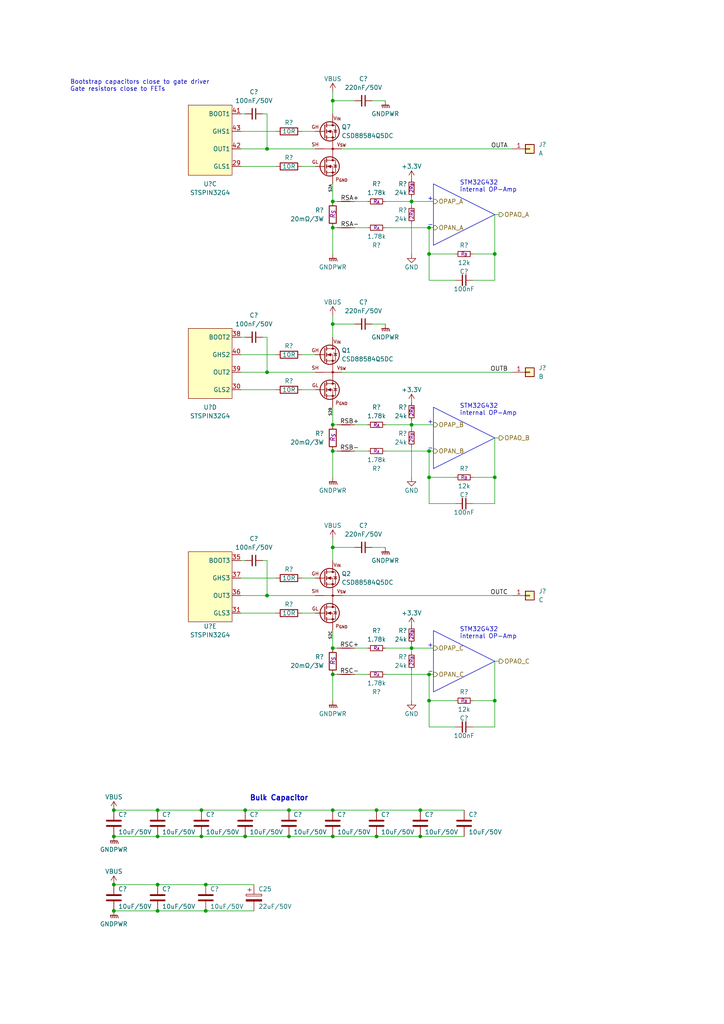
<source format=kicad_sch>
(kicad_sch (version 20230121) (generator eeschema)
  (paper "A4" portrait)
  (junction (at 96.52 130.81))
  (junction (at 45.72 264.16))
  (junction (at 71.12 242.57))
  (junction (at 124.46 66.04))
  (junction (at 119.38 123.19))
  (junction (at 96.52 187.96))
  (junction (at 71.12 234.95))
  (junction (at 33.02 242.57))
  (junction (at 124.46 195.58))
  (junction (at 58.42 234.95))
  (junction (at 143.51 138.43))
  (junction (at 109.22 234.95))
  (junction (at 124.46 138.43))
  (junction (at 59.69 264.16))
  (junction (at 96.52 93.98))
  (junction (at 143.51 203.2))
  (junction (at 96.52 242.57))
  (junction (at 33.02 264.16))
  (junction (at 33.02 234.95))
  (junction (at 45.72 242.57))
  (junction (at 96.52 66.04))
  (junction (at 83.82 242.57))
  (junction (at 121.92 242.57))
  (junction (at 96.52 123.19))
  (junction (at 58.42 242.57))
  (junction (at 124.46 130.81))
  (junction (at 59.69 256.54))
  (junction (at 77.47 43.18))
  (junction (at 45.72 256.54))
  (junction (at 109.22 242.57))
  (junction (at 96.52 195.58))
  (junction (at 33.02 256.54))
  (junction (at 96.52 158.75))
  (junction (at 96.52 58.42))
  (junction (at 77.47 107.95))
  (junction (at 96.52 234.95))
  (junction (at 121.92 234.95))
  (junction (at 96.52 29.21))
  (junction (at 124.46 203.2))
  (junction (at 45.72 234.95))
  (junction (at 124.46 73.66))
  (junction (at 119.38 58.42))
  (junction (at 143.51 73.66))
  (junction (at 77.47 172.72))
  (junction (at 119.38 187.96))
  (junction (at 83.82 234.95))
  (wire (pts (xy 69.85 48.26) (xy 80.01 48.26)))
  (wire (pts (xy 33.02 256.54) (xy 45.72 256.54)))
  (wire (pts (xy 69.85 102.87) (xy 80.01 102.87)))
  (polyline (pts (xy 125.73 182.88) (xy 143.51 191.77)))
  (wire (pts (xy 96.52 156.21) (xy 96.52 158.75)))
  (wire (pts (xy 96.52 29.21) (xy 96.52 33.02)))
  (wire (pts (xy 102.87 195.58) (xy 106.68 195.58)))
  (wire (pts (xy 69.85 113.03) (xy 80.01 113.03)))
  (wire (pts (xy 102.87 130.81) (xy 106.68 130.81)))
  (wire (pts (xy 58.42 234.95) (xy 71.12 234.95)))
  (polyline (pts (xy 125.73 71.12) (xy 143.51 62.23)))
  (wire (pts (xy 137.16 146.05) (xy 143.51 146.05)))
  (wire (pts (xy 132.08 81.28) (xy 124.46 81.28)))
  (wire (pts (xy 45.72 234.95) (xy 58.42 234.95)))
  (wire (pts (xy 143.51 203.2) (xy 143.51 191.77)))
  (wire (pts (xy 102.87 123.19) (xy 106.68 123.19)))
  (wire (pts (xy 77.47 33.02) (xy 76.2 33.02)))
  (wire (pts (xy 119.38 121.92) (xy 119.38 123.19)))
  (polyline (pts (xy 125.73 53.34) (xy 143.51 62.23)))
  (wire (pts (xy 71.12 234.95) (xy 83.82 234.95)))
  (wire (pts (xy 45.72 242.57) (xy 58.42 242.57)))
  (wire (pts (xy 137.16 203.2) (xy 143.51 203.2)))
  (polyline (pts (xy 125.73 118.11) (xy 143.51 127)))
  (wire (pts (xy 96.52 26.67) (xy 96.52 29.21)))
  (wire (pts (xy 87.63 177.8) (xy 91.44 177.8)))
  (wire (pts (xy 77.47 97.79) (xy 77.47 107.95)))
  (polyline (pts (xy 125.73 135.89) (xy 125.73 118.11)))
  (wire (pts (xy 83.82 242.57) (xy 96.52 242.57)))
  (wire (pts (xy 107.95 93.98) (xy 111.76 93.98)))
  (wire (pts (xy 96.52 182.88) (xy 96.52 187.96)))
  (wire (pts (xy 97.79 58.42) (xy 96.52 58.42)))
  (wire (pts (xy 96.52 53.34) (xy 96.52 58.42)))
  (wire (pts (xy 143.51 127) (xy 144.78 127)))
  (wire (pts (xy 119.38 129.54) (xy 119.38 138.43)))
  (wire (pts (xy 137.16 210.82) (xy 143.51 210.82)))
  (wire (pts (xy 69.85 172.72) (xy 77.47 172.72)))
  (wire (pts (xy 69.85 107.95) (xy 77.47 107.95)))
  (wire (pts (xy 124.46 130.81) (xy 125.73 130.81)))
  (wire (pts (xy 119.38 124.46) (xy 119.38 123.19)))
  (wire (pts (xy 119.38 59.69) (xy 119.38 58.42)))
  (wire (pts (xy 97.79 130.81) (xy 96.52 130.81)))
  (wire (pts (xy 69.85 43.18) (xy 77.47 43.18)))
  (wire (pts (xy 69.85 38.1) (xy 80.01 38.1)))
  (wire (pts (xy 111.76 187.96) (xy 119.38 187.96)))
  (wire (pts (xy 132.08 203.2) (xy 124.46 203.2)))
  (wire (pts (xy 143.51 191.77) (xy 144.78 191.77)))
  (wire (pts (xy 119.38 123.19) (xy 125.73 123.19)))
  (wire (pts (xy 143.51 73.66) (xy 143.51 62.23)))
  (wire (pts (xy 96.52 242.57) (xy 109.22 242.57)))
  (wire (pts (xy 102.87 187.96) (xy 106.68 187.96)))
  (wire (pts (xy 111.76 130.81) (xy 124.46 130.81)))
  (polyline (pts (xy 125.73 71.12) (xy 125.73 53.34)))
  (wire (pts (xy 59.69 264.16) (xy 73.66 264.16)))
  (wire (pts (xy 137.16 73.66) (xy 143.51 73.66)))
  (wire (pts (xy 45.72 264.16) (xy 59.69 264.16)))
  (wire (pts (xy 124.46 195.58) (xy 125.73 195.58)))
  (wire (pts (xy 96.52 118.11) (xy 96.52 123.19)))
  (wire (pts (xy 102.87 58.42) (xy 106.68 58.42)))
  (wire (pts (xy 87.63 102.87) (xy 91.44 102.87)))
  (wire (pts (xy 83.82 234.95) (xy 96.52 234.95)))
  (wire (pts (xy 96.52 234.95) (xy 109.22 234.95)))
  (wire (pts (xy 96.52 29.21) (xy 102.87 29.21)))
  (wire (pts (xy 97.79 123.19) (xy 96.52 123.19)))
  (wire (pts (xy 77.47 33.02) (xy 77.47 43.18)))
  (wire (pts (xy 97.79 195.58) (xy 96.52 195.58)))
  (wire (pts (xy 96.52 91.44) (xy 96.52 93.98)))
  (wire (pts (xy 77.47 107.95) (xy 91.44 107.95)))
  (wire (pts (xy 124.46 130.81) (xy 124.46 138.43)))
  (wire (pts (xy 69.85 97.79) (xy 71.12 97.79)))
  (wire (pts (xy 58.42 242.57) (xy 71.12 242.57)))
  (wire (pts (xy 87.63 167.64) (xy 91.44 167.64)))
  (wire (pts (xy 33.02 242.57) (xy 45.72 242.57)))
  (wire (pts (xy 77.47 172.72) (xy 91.44 172.72)))
  (wire (pts (xy 87.63 38.1) (xy 91.44 38.1)))
  (wire (pts (xy 143.51 146.05) (xy 143.51 138.43)))
  (wire (pts (xy 143.51 62.23) (xy 144.78 62.23)))
  (wire (pts (xy 107.95 158.75) (xy 111.76 158.75)))
  (wire (pts (xy 96.52 138.43) (xy 96.52 130.81)))
  (wire (pts (xy 124.46 146.05) (xy 124.46 138.43)))
  (wire (pts (xy 119.38 186.69) (xy 119.38 187.96)))
  (wire (pts (xy 69.85 33.02) (xy 71.12 33.02)))
  (wire (pts (xy 143.51 138.43) (xy 143.51 127)))
  (wire (pts (xy 124.46 195.58) (xy 124.46 203.2)))
  (wire (pts (xy 132.08 138.43) (xy 124.46 138.43)))
  (wire (pts (xy 109.22 242.57) (xy 121.92 242.57)))
  (wire (pts (xy 99.06 107.95) (xy 148.59 107.95)))
  (wire (pts (xy 87.63 113.03) (xy 91.44 113.03)))
  (wire (pts (xy 132.08 146.05) (xy 124.46 146.05)))
  (wire (pts (xy 69.85 167.64) (xy 80.01 167.64)))
  (wire (pts (xy 96.52 93.98) (xy 102.87 93.98)))
  (wire (pts (xy 71.12 242.57) (xy 83.82 242.57)))
  (wire (pts (xy 119.38 187.96) (xy 125.73 187.96)))
  (wire (pts (xy 137.16 138.43) (xy 143.51 138.43)))
  (wire (pts (xy 111.76 123.19) (xy 119.38 123.19)))
  (wire (pts (xy 119.38 64.77) (xy 119.38 73.66)))
  (wire (pts (xy 97.79 66.04) (xy 96.52 66.04)))
  (wire (pts (xy 69.85 177.8) (xy 80.01 177.8)))
  (wire (pts (xy 119.38 57.15) (xy 119.38 58.42)))
  (wire (pts (xy 111.76 195.58) (xy 124.46 195.58)))
  (wire (pts (xy 99.06 43.18) (xy 148.59 43.18)))
  (wire (pts (xy 99.06 172.72) (xy 148.59 172.72)))
  (wire (pts (xy 96.52 203.2) (xy 96.52 195.58)))
  (wire (pts (xy 96.52 158.75) (xy 102.87 158.75)))
  (wire (pts (xy 96.52 158.75) (xy 96.52 162.56)))
  (wire (pts (xy 97.79 187.96) (xy 96.52 187.96)))
  (wire (pts (xy 124.46 81.28) (xy 124.46 73.66)))
  (wire (pts (xy 33.02 264.16) (xy 45.72 264.16)))
  (wire (pts (xy 143.51 210.82) (xy 143.51 203.2)))
  (wire (pts (xy 96.52 93.98) (xy 96.52 97.79)))
  (wire (pts (xy 137.16 81.28) (xy 143.51 81.28)))
  (wire (pts (xy 77.47 43.18) (xy 91.44 43.18)))
  (wire (pts (xy 77.47 162.56) (xy 77.47 172.72)))
  (wire (pts (xy 124.46 66.04) (xy 125.73 66.04)))
  (wire (pts (xy 132.08 210.82) (xy 124.46 210.82)))
  (wire (pts (xy 119.38 194.31) (xy 119.38 203.2)))
  (wire (pts (xy 33.02 234.95) (xy 45.72 234.95)))
  (wire (pts (xy 121.92 234.95) (xy 134.62 234.95)))
  (wire (pts (xy 102.87 66.04) (xy 106.68 66.04)))
  (polyline (pts (xy 125.73 200.66) (xy 125.73 182.88)))
  (wire (pts (xy 77.47 97.79) (xy 76.2 97.79)))
  (wire (pts (xy 121.92 242.57) (xy 134.62 242.57)))
  (wire (pts (xy 119.38 58.42) (xy 125.73 58.42)))
  (wire (pts (xy 107.95 29.21) (xy 111.76 29.21)))
  (wire (pts (xy 109.22 234.95) (xy 121.92 234.95)))
  (wire (pts (xy 132.08 73.66) (xy 124.46 73.66)))
  (wire (pts (xy 111.76 58.42) (xy 119.38 58.42)))
  (wire (pts (xy 124.46 66.04) (xy 124.46 73.66)))
  (wire (pts (xy 59.69 256.54) (xy 73.66 256.54)))
  (wire (pts (xy 87.63 48.26) (xy 91.44 48.26)))
  (wire (pts (xy 119.38 189.23) (xy 119.38 187.96)))
  (wire (pts (xy 111.76 66.04) (xy 124.46 66.04)))
  (polyline (pts (xy 125.73 135.89) (xy 143.51 127)))
  (wire (pts (xy 124.46 210.82) (xy 124.46 203.2)))
  (wire (pts (xy 45.72 256.54) (xy 59.69 256.54)))
  (wire (pts (xy 143.51 81.28) (xy 143.51 73.66)))
  (wire (pts (xy 69.85 162.56) (xy 71.12 162.56)))
  (wire (pts (xy 77.47 162.56) (xy 76.2 162.56)))
  (wire (pts (xy 96.52 73.66) (xy 96.52 66.04)))
  (polyline (pts (xy 125.73 200.66) (xy 143.51 191.77)))
  (text "+" (at 125.73 123.19 0) (effects (font (size 1.27 1.27)) (justify right bottom)))
  (text "-" (at 125.73 130.81 0) (effects (font (size 1.27 1.27)) (justify right bottom)))
  (text "Bulk Capacitor" (at 72.39 232.41 0) (effects (font (size 1.5 1.5) (thickness 0.3) bold) (justify left bottom)))
  (text "+" (at 125.73 58.42 0) (effects (font (size 1.27 1.27)) (justify right bottom)))
  (text "+" (at 125.73 187.96 0) (effects (font (size 1.27 1.27)) (justify right bottom)))
  (text "STM32G432\ninternal OP-Amp" (at 133.35 55.88 0) (effects (font (size 1.27 1.27)) (justify left bottom)))
  (text "STM32G432\ninternal OP-Amp" (at 133.35 185.42 0) (effects (font (size 1.27 1.27)) (justify left bottom)))
  (text "Bootstrap capacitors close to gate driver\nGate resistors close to FETs" (at 20.32 26.67 0) (effects (font (size 1.27 1.27)) (justify left bottom)))
  (text "-" (at 125.73 66.04 0) (effects (font (size 1.27 1.27)) (justify right bottom)))
  (text "-" (at 125.73 195.58 0) (effects (font (size 1.27 1.27)) (justify right bottom)))
  (text "STM32G432\ninternal OP-Amp" (at 133.35 120.65 0) (effects (font (size 1.27 1.27)) (justify left bottom)))
  (label "S2B" (at 96.52 118.11 270) (effects (font (size 0.8 0.8))))
  (label "RSA-" (at 104.14 66.04 180))
  (label "RSC-" (at 104.14 195.58 180))
  (label "RSA+" (at 104.14 58.42 180))
  (label "S2A" (at 96.52 53.34 270) (effects (font (size 0.8 0.8))))
  (label "RSB+" (at 104.14 123.19 180))
  (label "RSB-" (at 104.14 130.81 180))
  (label "S2C" (at 96.52 182.88 270) (effects (font (size 0.8 0.8))))
  (label "RSC+" (at 104.14 187.96 180))
  (label "OUTC" (at 147.32 172.72 180))
  (label "OUTA" (at 147.32 43.18 180))
  (label "OUTB" (at 147.32 107.95 180))
  (hierarchical_label "OPAO_B" (shape output) (at 144.78 127 0))
  (hierarchical_label "OPAN_C" (shape output) (at 125.73 195.58 0))
  (hierarchical_label "OPAO_A" (shape output) (at 144.78 62.23 0))
  (hierarchical_label "OPAP_C" (shape output) (at 125.73 187.96 0))
  (hierarchical_label "OPAN_B" (shape output) (at 125.73 130.81 0))
  (hierarchical_label "OPAP_B" (shape output) (at 125.73 123.19 0))
  (hierarchical_label "OPAO_C" (shape output) (at 144.78 191.77 0))
  (hierarchical_label "OPAN_A" (shape output) (at 125.73 66.04 0))
  (hierarchical_label "OPAP_A" (shape output) (at 125.73 58.42 0))
  (symbol (lib_id "Device:C") (at 121.92 238.76 0) (mirror y) (unit 1)
    (property "Reference" "C?" (at 123.19 236.22 0) (effects (justify right)))
    (property "Value" "10uF/50V" (at 123.19 241.3 0) (effects (justify right)))
    (property "Footprint" "Capacitor_SMD:C_0805_2012Metric" (effects hide))
    (property "LCSC" "C440198" (effects hide))
    (property "MFR. Part#" "GRM21BR61H106KE43L" (effects hide))
    (instances (project "moco-rd321" (path "" (reference "C?") (unit 1))) (project "moco-oi401" (path "" (reference "C?") (unit 1)) (path "" (reference "C?") (unit 1))) (project "moco-bkd8316" (path "" (reference "C?") (unit 1))) (project "moco-pg4_2" (path "" (reference "C30") (unit 1))))
  )
  (symbol (lib_id "power:VBUS") (at 96.52 26.67 0) (unit 1)
    (property "Reference" "#PWR?" (effects hide))
    (property "Value" "VBUS" (at 96.52 22.86 0))
    (instances (project "moco-pg4_2" (path "" (reference "#PWR?") (unit 1)) (path "" (reference "#PWR029") (unit 1))))
  )
  (symbol (lib_id "Device:NetTie_2") (at 100.33 195.58 0) (mirror y) (unit 1) (in_bom no)
    (property "Reference" "NT?" (effects hide))
    (property "Value" "NetTie_2" (effects hide))
    (property "Footprint" "NetTie:NetTie-2_SMD_Pad0.5mm" (effects hide))
    (instances (project "moco-rd321" (path "" (reference "NT?") (unit 1)) (path "" (reference "NT?") (unit 1))) (project "moco-rd501" (path "" (reference "NT?") (unit 1))) (project "moco-pg4_2" (path "" (reference "NT?") (unit 1)) (path "" (reference "NT6") (unit 1))))
  )
  (symbol (lib_id "Device:C_Small") (at 105.41 29.21 270) (mirror x) (unit 1)
    (property "Reference" "C?" (at 105.41 22.86 90))
    (property "Value" "220nF/50V" (at 105.41 25.4 90))
    (property "Footprint" "Capacitor_SMD:C_0805_2012Metric" (effects hide))
    (property "LCSC" "C5378" (effects hide))
    (property "MFR. Part#" "CL21B224KBFNNNE" (effects hide))
    (instances (project "moco-rd321" (path "" (reference "C?") (unit 1)) (path "" (reference "C?") (unit 1))) (project "moco-pg4_2" (path "" (reference "C?") (unit 1)) (path "" (reference "C14") (unit 1))))
  )
  (symbol (lib_id "power:GNDPWR") (at 33.02 242.57 0) (mirror y) (unit 1)
    (property "Reference" "#PWR?" (effects hide))
    (property "Value" "GNDPWR" (at 33.02 246.38 0))
    (instances (project "moco-rd321" (path "" (reference "#PWR?") (unit 1)) (path "" (reference "#PWR?") (unit 1))) (project "moco-rd501" (path "" (reference "#PWR?") (unit 1))) (project "moco-pg4_2" (path "" (reference "#PWR045") (unit 1))))
  )
  (symbol (lib_id "Device:C") (at 96.52 238.76 0) (mirror y) (unit 1)
    (property "Reference" "C?" (at 97.79 236.22 0) (effects (justify right)))
    (property "Value" "10uF/50V" (at 97.79 241.3 0) (effects (justify right)))
    (property "Footprint" "Capacitor_SMD:C_0805_2012Metric" (effects hide))
    (property "LCSC" "C440198" (effects hide))
    (property "MFR. Part#" "GRM21BR61H106KE43L" (effects hide))
    (instances (project "moco-rd321" (path "" (reference "C?") (unit 1))) (project "moco-oi401" (path "" (reference "C?") (unit 1)) (path "" (reference "C?") (unit 1))) (project "moco-bkd8316" (path "" (reference "C?") (unit 1))) (project "moco-pg4_2" (path "" (reference "C28") (unit 1))))
  )
  (symbol (lib_id "Device:R") (at 96.52 62.23 0) (mirror y) (unit 1)
    (property "Reference" "R?" (at 93.98 60.96 0) (effects (justify left)))
    (property "Value" "20mΩ/3W" (at 93.98 63.5 0) (effects (justify left)))
    (property "Footprint" "Resistor_SMD:R_2512_6332Metric" (effects hide))
    (property "LCSC" "C840620" (effects hide))
    (property "MFR. Part#" "CRA2512-FZ-R020ELF" (effects hide))
    (property "Note" "R_{S}" (at 96.52 62.23 90) (effects (font italic)))
    (instances (project "moco-rd321" (path "" (reference "R?") (unit 1)) (path "" (reference "R?") (unit 1))) (project "moco-rd501" (path "" (reference "R?") (unit 1))) (project "moco-pg4_2" (path "" (reference "R?") (unit 1)) (path "" (reference "R13") (unit 1))))
  )
  (symbol (lib_id "Device:C") (at 45.72 238.76 0) (mirror y) (unit 1)
    (property "Reference" "C?" (at 46.99 236.22 0) (effects (justify right)))
    (property "Value" "10uF/50V" (at 46.99 241.3 0) (effects (justify right)))
    (property "Footprint" "Capacitor_SMD:C_0805_2012Metric" (effects hide))
    (property "LCSC" "C440198" (effects hide))
    (property "MFR. Part#" "GRM21BR61H106KE43L" (effects hide))
    (instances (project "moco-rd321" (path "" (reference "C?") (unit 1))) (project "moco-oi401" (path "" (reference "C?") (unit 1)) (path "" (reference "C?") (unit 1))) (project "moco-bkd8316" (path "" (reference "C?") (unit 1))) (project "moco-pg4_2" (path "" (reference "C24") (unit 1))))
  )
  (symbol (lib_id "moco:CSD88584Q5DC") (at 96.52 107.95 0) (unit 1)
    (property "Reference" "Q1" (at 99.06 101.6 0) (effects (justify left)))
    (property "Value" "CSD88584Q5DC" (at 99.06 104.14 0) (effects (justify left)))
    (property "Footprint" "moco:VSON-CLIP-22_5x6mm (DMM0022A)_Alt1" (effects hide))
  )
  (symbol (lib_id "power:+3.3V") (at 119.38 52.07 0) (unit 1)
    (property "Reference" "#PWR?" (effects hide))
    (property "Value" "+3.3V" (at 119.38 48.26 0))
    (instances (project "moco-rd321" (path "" (reference "#PWR?") (unit 1)) (path "" (reference "#PWR?") (unit 1)) (path "" (reference "#PWR?") (unit 1))) (project "moco-pg4_2" (path "" (reference "#PWR031") (unit 1))))
  )
  (symbol (lib_id "Device:NetTie_2") (at 100.33 66.04 0) (mirror y) (unit 1) (in_bom no)
    (property "Reference" "NT?" (effects hide))
    (property "Value" "NetTie_2" (effects hide))
    (property "Footprint" "NetTie:NetTie-2_SMD_Pad0.5mm" (effects hide))
    (instances (project "moco-rd321" (path "" (reference "NT?") (unit 1)) (path "" (reference "NT?") (unit 1))) (project "moco-rd501" (path "" (reference "NT?") (unit 1))) (project "moco-pg4_2" (path "" (reference "NT?") (unit 1)) (path "" (reference "NT2") (unit 1))))
  )
  (symbol (lib_id "Device:R_Small") (at 109.22 123.19 90) (unit 1)
    (property "Reference" "R?" (at 109.22 118.11 90))
    (property "Value" "1.78k" (at 109.22 120.65 90))
    (property "Footprint" "Resistor_SMD:R_0402_1005Metric" (effects hide))
    (property "LCSC" "C284379" (effects hide))
    (property "MFR. Part#" "ARG02FTC1781" (effects hide))
    (property "Note" "R_{A}" (at 109.22 123.19 90) (effects (font (size 1 1) italic)))
    (instances (project "moco-rd321" (path "" (reference "R?") (unit 1)) (path "" (reference "R?") (unit 1))) (project "moco-pg4_2" (path "" (reference "R20") (unit 1))))
  )
  (symbol (lib_id "Device:C_Small") (at 134.62 210.82 270) (mirror x) (unit 1)
    (property "Reference" "C?" (at 134.62 208.28 90))
    (property "Value" "100nF" (at 134.62 213.36 90))
    (property "Footprint" "Capacitor_SMD:C_0402_1005Metric" (effects hide))
    (property "LCSC" "C5378" (effects hide))
    (property "MFR. Part#" "CL21B224KBFNNNE" (effects hide))
    (instances (project "moco-rd321" (path "" (reference "C?") (unit 1)) (path "" (reference "C?") (unit 1))) (project "moco-pg4_2" (path "" (reference "C?") (unit 1)) (path "" (reference "C22") (unit 1))))
  )
  (symbol (lib_id "power:GNDPWR") (at 96.52 73.66 0) (mirror y) (unit 1)
    (property "Reference" "#PWR?" (effects hide))
    (property "Value" "GNDPWR" (at 96.52 77.47 0))
    (instances (project "moco-rd321" (path "" (reference "#PWR?") (unit 1)) (path "" (reference "#PWR?") (unit 1))) (project "moco-rd501" (path "" (reference "#PWR?") (unit 1))) (project "moco-pg4_2" (path "" (reference "#PWR?") (unit 1)) (path "" (reference "#PWR032") (unit 1))))
  )
  (symbol (lib_id "moco:STSPIN32G4") (at 60.96 105.41 0) (unit 4)
    (property "Reference" "U?" (at 60.96 118.11 0))
    (property "Value" "STSPIN32G4" (at 60.96 120.65 0))
    (property "Footprint" "moco:VFQFPN 9X9X1.0 64 PITCH 0.5" (effects hide))
    (property "LCSC" "C2858620" (effects hide))
    (property "MFR. Part#" "STSPIN32G4" (effects hide))
    (instances (project "moco-pg4_2" (path "" (reference "U?") (unit 4)) (path "" (reference "U1") (unit 4))))
  )
  (symbol (lib_id "Device:NetTie_2") (at 100.33 130.81 0) (mirror y) (unit 1) (in_bom no)
    (property "Reference" "NT?" (effects hide))
    (property "Value" "NetTie_2" (effects hide))
    (property "Footprint" "NetTie:NetTie-2_SMD_Pad0.5mm" (effects hide))
    (instances (project "moco-rd321" (path "" (reference "NT?") (unit 1)) (path "" (reference "NT?") (unit 1))) (project "moco-rd501" (path "" (reference "NT?") (unit 1))) (project "moco-pg4_2" (path "" (reference "NT?") (unit 1)) (path "" (reference "NT4") (unit 1))))
  )
  (symbol (lib_id "power:GNDPWR") (at 96.52 203.2 0) (mirror y) (unit 1)
    (property "Reference" "#PWR?" (effects hide))
    (property "Value" "GNDPWR" (at 96.52 207.01 0))
    (instances (project "moco-rd321" (path "" (reference "#PWR?") (unit 1)) (path "" (reference "#PWR?") (unit 1))) (project "moco-rd501" (path "" (reference "#PWR?") (unit 1))) (project "moco-pg4_2" (path "" (reference "#PWR?") (unit 1)) (path "" (reference "#PWR042") (unit 1))))
  )
  (symbol (lib_id "power:GND") (at 119.38 138.43 0) (unit 1)
    (property "Reference" "#PWR?" (effects hide))
    (property "Value" "GND" (at 119.38 142.24 0))
    (instances (project "moco-rd321" (path "" (reference "#PWR?") (unit 1)) (path "" (reference "#PWR?") (unit 1))) (project "moco-pg4_2" (path "" (reference "#PWR038") (unit 1))))
  )
  (symbol (lib_id "Device:R") (at 83.82 177.8 90) (unit 1)
    (property "Reference" "R?" (at 83.82 175.26 90))
    (property "Value" "10R" (at 83.82 177.8 90))
    (property "Footprint" "Resistor_SMD:R_0402_1005Metric" (effects hide))
    (property "LCSC" "C25077" (effects hide))
    (property "MFR. Part#" "0402WGF100JTCE" (effects hide))
    (instances (project "moco-rd321" (path "" (reference "R?") (unit 1)) (path "" (reference "R?") (unit 1))) (project "moco-pg4_2" (path "" (reference "R?") (unit 1)) (path "" (reference "R26") (unit 1))))
  )
  (symbol (lib_id "Device:NetTie_2") (at 100.33 58.42 0) (mirror y) (unit 1) (in_bom no)
    (property "Reference" "NT?" (effects hide))
    (property "Value" "NetTie_2" (effects hide))
    (property "Footprint" "NetTie:NetTie-2_SMD_Pad0.5mm" (effects hide))
    (instances (project "moco-rd321" (path "" (reference "NT?") (unit 1)) (path "" (reference "NT?") (unit 1))) (project "moco-rd501" (path "" (reference "NT?") (unit 1))) (project "moco-pg4_2" (path "" (reference "NT?") (unit 1)) (path "" (reference "NT1") (unit 1))))
  )
  (symbol (lib_id "Device:R") (at 83.82 102.87 90) (unit 1)
    (property "Reference" "R?" (at 83.82 100.33 90))
    (property "Value" "10R" (at 83.82 102.87 90))
    (property "Footprint" "Resistor_SMD:R_0402_1005Metric" (effects hide))
    (property "LCSC" "C25077" (effects hide))
    (property "MFR. Part#" "0402WGF100JTCE" (effects hide))
    (instances (project "moco-rd321" (path "" (reference "R?") (unit 1)) (path "" (reference "R?") (unit 1))) (project "moco-pg4_2" (path "" (reference "R?") (unit 1)) (path "" (reference "R17") (unit 1))))
  )
  (symbol (lib_id "Device:NetTie_2") (at 100.33 187.96 0) (mirror y) (unit 1) (in_bom no)
    (property "Reference" "NT?" (effects hide))
    (property "Value" "NetTie_2" (effects hide))
    (property "Footprint" "NetTie:NetTie-2_SMD_Pad0.5mm" (effects hide))
    (instances (project "moco-rd321" (path "" (reference "NT?") (unit 1)) (path "" (reference "NT?") (unit 1))) (project "moco-rd501" (path "" (reference "NT?") (unit 1))) (project "moco-pg4_2" (path "" (reference "NT?") (unit 1)) (path "" (reference "NT5") (unit 1))))
  )
  (symbol (lib_id "Device:R") (at 96.52 127 0) (mirror y) (unit 1)
    (property "Reference" "R?" (at 93.98 125.73 0) (effects (justify left)))
    (property "Value" "20mΩ/3W" (at 93.98 128.27 0) (effects (justify left)))
    (property "Footprint" "Resistor_SMD:R_2512_6332Metric" (effects hide))
    (property "LCSC" "C840620" (effects hide))
    (property "MFR. Part#" "CRA2512-FZ-R020ELF" (effects hide))
    (property "Note" "R_{S}" (at 96.52 127 90) (effects (font italic)))
    (instances (project "moco-rd321" (path "" (reference "R?") (unit 1)) (path "" (reference "R?") (unit 1))) (project "moco-rd501" (path "" (reference "R?") (unit 1))) (project "moco-pg4_2" (path "" (reference "R?") (unit 1)) (path "" (reference "R21") (unit 1))))
  )
  (symbol (lib_id "Device:C") (at 45.72 260.35 0) (mirror y) (unit 1)
    (property "Reference" "C?" (at 46.99 257.81 0) (effects (justify right)))
    (property "Value" "10uF/50V" (at 46.99 262.89 0) (effects (justify right)))
    (property "Footprint" "Capacitor_SMD:C_0805_2012Metric" (effects hide))
    (property "LCSC" "C440198" (effects hide))
    (property "MFR. Part#" "GRM21BR61H106KE43L" (effects hide))
    (instances (project "moco-rd321" (path "" (reference "C?") (unit 1))) (project "moco-oi401" (path "" (reference "C?") (unit 1)) (path "" (reference "C?") (unit 1))) (project "moco-bkd8316" (path "" (reference "C?") (unit 1))) (project "moco-pg4_2" (path "" (reference "C34") (unit 1))))
  )
  (symbol (lib_id "Device:C") (at 109.22 238.76 0) (mirror y) (unit 1)
    (property "Reference" "C?" (at 110.49 236.22 0) (effects (justify right)))
    (property "Value" "10uF/50V" (at 110.49 241.3 0) (effects (justify right)))
    (property "Footprint" "Capacitor_SMD:C_0805_2012Metric" (effects hide))
    (property "LCSC" "C440198" (effects hide))
    (property "MFR. Part#" "GRM21BR61H106KE43L" (effects hide))
    (instances (project "moco-rd321" (path "" (reference "C?") (unit 1))) (project "moco-oi401" (path "" (reference "C?") (unit 1)) (path "" (reference "C?") (unit 1))) (project "moco-bkd8316" (path "" (reference "C?") (unit 1))) (project "moco-pg4_2" (path "" (reference "C29") (unit 1))))
  )
  (symbol (lib_id "Device:C") (at 58.42 238.76 0) (mirror y) (unit 1)
    (property "Reference" "C?" (at 59.69 236.22 0) (effects (justify right)))
    (property "Value" "10uF/50V" (at 59.69 241.3 0) (effects (justify right)))
    (property "Footprint" "Capacitor_SMD:C_0805_2012Metric" (effects hide))
    (property "LCSC" "C440198" (effects hide))
    (property "MFR. Part#" "GRM21BR61H106KE43L" (effects hide))
    (instances (project "moco-rd321" (path "" (reference "C?") (unit 1))) (project "moco-oi401" (path "" (reference "C?") (unit 1)) (path "" (reference "C?") (unit 1))) (project "moco-bkd8316" (path "" (reference "C?") (unit 1))) (project "moco-pg4_2" (path "" (reference "C25") (unit 1))))
  )
  (symbol (lib_id "Device:C_Small") (at 134.62 146.05 270) (mirror x) (unit 1)
    (property "Reference" "C?" (at 134.62 143.51 90))
    (property "Value" "100nF" (at 134.62 148.59 90))
    (property "Footprint" "Capacitor_SMD:C_0402_1005Metric" (effects hide))
    (property "LCSC" "C5378" (effects hide))
    (property "MFR. Part#" "CL21B224KBFNNNE" (effects hide))
    (instances (project "moco-rd321" (path "" (reference "C?") (unit 1)) (path "" (reference "C?") (unit 1))) (project "moco-pg4_2" (path "" (reference "C?") (unit 1)) (path "" (reference "C19") (unit 1))))
  )
  (symbol (lib_id "moco:CSD88584Q5DC") (at 96.52 43.18 0) (unit 1)
    (property "Reference" "Q7" (at 99.06 36.83 0) (effects (justify left)))
    (property "Value" "CSD88584Q5DC" (at 99.06 39.37 0) (effects (justify left)))
    (property "Footprint" "moco:VSON-CLIP-22_5x6mm (DMM0022A)_Alt1" (effects hide))
  )
  (symbol (lib_id "Device:R") (at 83.82 113.03 90) (unit 1)
    (property "Reference" "R?" (at 83.82 110.49 90))
    (property "Value" "10R" (at 83.82 113.03 90))
    (property "Footprint" "Resistor_SMD:R_0402_1005Metric" (effects hide))
    (property "LCSC" "C25077" (effects hide))
    (property "MFR. Part#" "0402WGF100JTCE" (effects hide))
    (instances (project "moco-rd321" (path "" (reference "R?") (unit 1)) (path "" (reference "R?") (unit 1))) (project "moco-pg4_2" (path "" (reference "R?") (unit 1)) (path "" (reference "R18") (unit 1))))
  )
  (symbol (lib_id "Device:R_Small") (at 134.62 203.2 90) (unit 1)
    (property "Reference" "R?" (at 134.62 200.66 90))
    (property "Value" "12k" (at 134.62 205.74 90))
    (property "Footprint" "Resistor_SMD:R_0402_1005Metric" (effects hide))
    (property "LCSC" "C25752" (effects hide))
    (property "MFR. Part#" "0402WGF1202TCE" (effects hide))
    (property "Note" "R_{B}" (at 134.62 203.2 90) (effects (font (size 1 1) italic)))
    (instances (project "moco-rd321" (path "" (reference "R?") (unit 1)) (path "" (reference "R?") (unit 1))) (project "moco-pg4_2" (path "" (reference "R32") (unit 1))))
  )
  (symbol (lib_id "Connector_Generic:Conn_01x01") (at 153.67 107.95 0) (unit 1)
    (property "Reference" "J?" (at 156.21 106.68 0) (effects (justify left)))
    (property "Value" "B" (at 156.21 109.22 0) (effects (justify left)))
    (property "Footprint" "moco:wire_2.2mm_rectagnel" (effects hide))
    (instances (project "moco-rd321" (path "" (reference "J?") (unit 1))) (project "moco-oi401" (path "" (reference "J?") (unit 1)) (path "" (reference "J?") (unit 1))) (project "moco-bkd8316" (path "" (reference "J?") (unit 1))) (project "moco-pg4_2" (path "" (reference "J?") (unit 1)) (path "" (reference "J6") (unit 1))))
  )
  (symbol (lib_id "Device:C") (at 71.12 238.76 0) (mirror y) (unit 1)
    (property "Reference" "C?" (at 72.39 236.22 0) (effects (justify right)))
    (property "Value" "10uF/50V" (at 72.39 241.3 0) (effects (justify right)))
    (property "Footprint" "Capacitor_SMD:C_0805_2012Metric" (effects hide))
    (property "LCSC" "C440198" (effects hide))
    (property "MFR. Part#" "GRM21BR61H106KE43L" (effects hide))
    (instances (project "moco-rd321" (path "" (reference "C?") (unit 1))) (project "moco-oi401" (path "" (reference "C?") (unit 1)) (path "" (reference "C?") (unit 1))) (project "moco-bkd8316" (path "" (reference "C?") (unit 1))) (project "moco-pg4_2" (path "" (reference "C26") (unit 1))))
  )
  (symbol (lib_id "power:GNDPWR") (at 33.02 264.16 0) (mirror y) (unit 1)
    (property "Reference" "#PWR?" (effects hide))
    (property "Value" "GNDPWR" (at 33.02 267.97 0))
    (instances (project "moco-rd321" (path "" (reference "#PWR?") (unit 1)) (path "" (reference "#PWR?") (unit 1))) (project "moco-rd501" (path "" (reference "#PWR?") (unit 1))) (project "moco-pg4_2" (path "" (reference "#PWR047") (unit 1))))
  )
  (symbol (lib_id "Device:C") (at 83.82 238.76 0) (mirror y) (unit 1)
    (property "Reference" "C?" (at 85.09 236.22 0) (effects (justify right)))
    (property "Value" "10uF/50V" (at 85.09 241.3 0) (effects (justify right)))
    (property "Footprint" "Capacitor_SMD:C_0805_2012Metric" (effects hide))
    (property "LCSC" "C440198" (effects hide))
    (property "MFR. Part#" "GRM21BR61H106KE43L" (effects hide))
    (instances (project "moco-rd321" (path "" (reference "C?") (unit 1))) (project "moco-oi401" (path "" (reference "C?") (unit 1)) (path "" (reference "C?") (unit 1))) (project "moco-bkd8316" (path "" (reference "C?") (unit 1))) (project "moco-pg4_2" (path "" (reference "C27") (unit 1))))
  )
  (symbol (lib_id "power:GNDPWR") (at 111.76 93.98 0) (mirror y) (unit 1)
    (property "Reference" "#PWR?" (effects hide))
    (property "Value" "GNDPWR" (at 111.76 97.79 0))
    (instances (project "moco-rd321" (path "" (reference "#PWR?") (unit 1)) (path "" (reference "#PWR?") (unit 1))) (project "moco-rd501" (path "" (reference "#PWR?") (unit 1))) (project "moco-pg4_2" (path "" (reference "#PWR?") (unit 1)) (path "" (reference "#PWR035") (unit 1))))
  )
  (symbol (lib_id "Device:C_Small") (at 105.41 93.98 270) (mirror x) (unit 1)
    (property "Reference" "C?" (at 105.41 87.63 90))
    (property "Value" "220nF/50V" (at 105.41 90.17 90))
    (property "Footprint" "Capacitor_SMD:C_0805_2012Metric" (effects hide))
    (property "LCSC" "C5378" (effects hide))
    (property "MFR. Part#" "CL21B224KBFNNNE" (effects hide))
    (instances (project "moco-rd321" (path "" (reference "C?") (unit 1)) (path "" (reference "C?") (unit 1))) (project "moco-pg4_2" (path "" (reference "C?") (unit 1)) (path "" (reference "C17") (unit 1))))
  )
  (symbol (lib_id "power:GND") (at 119.38 73.66 0) (unit 1)
    (property "Reference" "#PWR?" (effects hide))
    (property "Value" "GND" (at 119.38 77.47 0))
    (instances (project "moco-rd321" (path "" (reference "#PWR?") (unit 1)) (path "" (reference "#PWR?") (unit 1))) (project "moco-pg4_2" (path "" (reference "#PWR033") (unit 1))))
  )
  (symbol (lib_id "Device:C") (at 33.02 260.35 0) (mirror y) (unit 1)
    (property "Reference" "C?" (at 34.29 257.81 0) (effects (justify right)))
    (property "Value" "10uF/50V" (at 34.29 262.89 0) (effects (justify right)))
    (property "Footprint" "Capacitor_SMD:C_0805_2012Metric" (effects hide))
    (property "LCSC" "C440198" (effects hide))
    (property "MFR. Part#" "GRM21BR61H106KE43L" (effects hide))
    (instances (project "moco-rd321" (path "" (reference "C?") (unit 1))) (project "moco-oi401" (path "" (reference "C?") (unit 1)) (path "" (reference "C?") (unit 1))) (project "moco-bkd8316" (path "" (reference "C?") (unit 1))) (project "moco-pg4_2" (path "" (reference "C33") (unit 1))))
  )
  (symbol (lib_id "Device:R_Small") (at 109.22 58.42 90) (unit 1)
    (property "Reference" "R?" (at 109.22 53.34 90))
    (property "Value" "1.78k" (at 109.22 55.88 90))
    (property "Footprint" "Resistor_SMD:R_0402_1005Metric" (effects hide))
    (property "LCSC" "C284379" (effects hide))
    (property "MFR. Part#" "ARG02FTC1781" (effects hide))
    (property "Note" "R_{A}" (at 109.22 58.42 90) (effects (font (size 1 1) italic)))
    (instances (project "moco-rd321" (path "" (reference "R?") (unit 1)) (path "" (reference "R?") (unit 1))) (project "moco-pg4_2" (path "" (reference "R12") (unit 1))))
  )
  (symbol (lib_id "Device:R") (at 83.82 48.26 90) (unit 1)
    (property "Reference" "R?" (at 83.82 45.72 90))
    (property "Value" "10R" (at 83.82 48.26 90))
    (property "Footprint" "Resistor_SMD:R_0402_1005Metric" (effects hide))
    (property "LCSC" "C25077" (effects hide))
    (property "MFR. Part#" "0402WGF100JTCE" (effects hide))
    (instances (project "moco-rd321" (path "" (reference "R?") (unit 1)) (path "" (reference "R?") (unit 1))) (project "moco-pg4_2" (path "" (reference "R?") (unit 1)) (path "" (reference "R10") (unit 1))))
  )
  (symbol (lib_id "Device:C_Small") (at 105.41 158.75 270) (mirror x) (unit 1)
    (property "Reference" "C?" (at 105.41 152.4 90))
    (property "Value" "220nF/50V" (at 105.41 154.94 90))
    (property "Footprint" "Capacitor_SMD:C_0805_2012Metric" (effects hide))
    (property "LCSC" "C5378" (effects hide))
    (property "MFR. Part#" "CL21B224KBFNNNE" (effects hide))
    (instances (project "moco-rd321" (path "" (reference "C?") (unit 1)) (path "" (reference "C?") (unit 1))) (project "moco-pg4_2" (path "" (reference "C?") (unit 1)) (path "" (reference "C20") (unit 1))))
  )
  (symbol (lib_id "Device:R_Small") (at 119.38 184.15 0) (mirror y) (unit 1)
    (property "Reference" "R?" (at 118.11 182.88 0) (effects (justify left)))
    (property "Value" "24k" (at 118.11 185.42 0) (effects (justify left)))
    (property "Footprint" "Resistor_SMD:R_0402_1005Metric" (effects hide))
    (property "LCSC" "C25769" (effects hide))
    (property "MFR. Part#" "0402WGF2402TCE" (effects hide))
    (property "Note" "2R_{B}" (at 119.38 184.15 90) (effects (font (size 1 1) italic)))
    (instances (project "moco-rd321" (path "" (reference "R?") (unit 1)) (path "" (reference "R?") (unit 1))) (project "moco-pg4_2" (path "" (reference "R27") (unit 1))))
  )
  (symbol (lib_id "power:+3.3V") (at 119.38 116.84 0) (unit 1)
    (property "Reference" "#PWR?" (effects hide))
    (property "Value" "+3.3V" (at 119.38 113.03 0))
    (instances (project "moco-rd321" (path "" (reference "#PWR?") (unit 1)) (path "" (reference "#PWR?") (unit 1)) (path "" (reference "#PWR?") (unit 1))) (project "moco-pg4_2" (path "" (reference "#PWR036") (unit 1))))
  )
  (symbol (lib_id "power:GNDPWR") (at 111.76 158.75 0) (mirror y) (unit 1)
    (property "Reference" "#PWR?" (effects hide))
    (property "Value" "GNDPWR" (at 111.76 162.56 0))
    (instances (project "moco-rd321" (path "" (reference "#PWR?") (unit 1)) (path "" (reference "#PWR?") (unit 1))) (project "moco-rd501" (path "" (reference "#PWR?") (unit 1))) (project "moco-pg4_2" (path "" (reference "#PWR?") (unit 1)) (path "" (reference "#PWR040") (unit 1))))
  )
  (symbol (lib_id "Device:R") (at 83.82 38.1 90) (unit 1)
    (property "Reference" "R?" (at 83.82 35.56 90))
    (property "Value" "10R" (at 83.82 38.1 90))
    (property "Footprint" "Resistor_SMD:R_0402_1005Metric" (effects hide))
    (property "LCSC" "C25077" (effects hide))
    (property "MFR. Part#" "0402WGF100JTCE" (effects hide))
    (instances (project "moco-rd321" (path "" (reference "R?") (unit 1)) (path "" (reference "R?") (unit 1))) (project "moco-pg4_2" (path "" (reference "R?") (unit 1)) (path "" (reference "R9") (unit 1))))
  )
  (symbol (lib_id "Device:C_Polarized") (at 73.66 260.35 0) (unit 1)
    (property "Reference" "C25" (at 74.93 257.81 0) (effects (justify left)))
    (property "Value" "22uF/50V" (at 74.93 262.89 0) (effects (justify left)))
    (property "Footprint" "Capacitor_SMD:CP_Elec_5x5.8" (effects hide))
    (property "LCSC" "C336246" (effects hide))
    (property "MFR. Part#" "EEEFT1H220AR" (effects hide))
    (instances (project "moco-rd321" (path "" (reference "C25") (unit 1))) (project "moco-pg4_2" (path "" (reference "C32") (unit 1))))
  )
  (symbol (lib_id "power:GNDPWR") (at 96.52 138.43 0) (mirror y) (unit 1)
    (property "Reference" "#PWR?" (effects hide))
    (property "Value" "GNDPWR" (at 96.52 142.24 0))
    (instances (project "moco-rd321" (path "" (reference "#PWR?") (unit 1)) (path "" (reference "#PWR?") (unit 1))) (project "moco-rd501" (path "" (reference "#PWR?") (unit 1))) (project "moco-pg4_2" (path "" (reference "#PWR?") (unit 1)) (path "" (reference "#PWR037") (unit 1))))
  )
  (symbol (lib_id "Device:NetTie_2") (at 100.33 123.19 0) (mirror y) (unit 1) (in_bom no)
    (property "Reference" "NT?" (effects hide))
    (property "Value" "NetTie_2" (effects hide))
    (property "Footprint" "NetTie:NetTie-2_SMD_Pad0.5mm" (effects hide))
    (instances (project "moco-rd321" (path "" (reference "NT?") (unit 1)) (path "" (reference "NT?") (unit 1))) (project "moco-rd501" (path "" (reference "NT?") (unit 1))) (project "moco-pg4_2" (path "" (reference "NT?") (unit 1)) (path "" (reference "NT3") (unit 1))))
  )
  (symbol (lib_id "Device:C_Small") (at 134.62 81.28 270) (mirror x) (unit 1)
    (property "Reference" "C?" (at 134.62 78.74 90))
    (property "Value" "100nF" (at 134.62 83.82 90))
    (property "Footprint" "Capacitor_SMD:C_0402_1005Metric" (effects hide))
    (property "LCSC" "C5378" (effects hide))
    (property "MFR. Part#" "CL21B224KBFNNNE" (effects hide))
    (instances (project "moco-rd321" (path "" (reference "C?") (unit 1)) (path "" (reference "C?") (unit 1))) (project "moco-pg4_2" (path "" (reference "C?") (unit 1)) (path "" (reference "C16") (unit 1))))
  )
  (symbol (lib_id "Device:R_Small") (at 109.22 130.81 90) (mirror x) (unit 1)
    (property "Reference" "R?" (at 109.22 135.89 90))
    (property "Value" "1.78k" (at 109.22 133.35 90))
    (property "Footprint" "Resistor_SMD:R_0402_1005Metric" (effects hide))
    (property "LCSC" "C284379" (effects hide))
    (property "MFR. Part#" "ARG02FTC1781" (effects hide))
    (property "Note" "R_{A}" (at 109.22 130.81 90) (effects (font (size 1 1) italic)))
    (instances (project "moco-rd321" (path "" (reference "R?") (unit 1)) (path "" (reference "R?") (unit 1))) (project "moco-pg4_2" (path "" (reference "R23") (unit 1))))
  )
  (symbol (lib_id "moco:STSPIN32G4") (at 60.96 40.64 0) (unit 3)
    (property "Reference" "U?" (at 60.96 53.34 0))
    (property "Value" "STSPIN32G4" (at 60.96 55.88 0))
    (property "Footprint" "moco:VFQFPN 9X9X1.0 64 PITCH 0.5" (effects hide))
    (property "LCSC" "C2858620" (effects hide))
    (property "MFR. Part#" "STSPIN32G4" (effects hide))
    (instances (project "moco-pg4_2" (path "" (reference "U?") (unit 3)) (path "" (reference "U1") (unit 3))))
  )
  (symbol (lib_id "Device:R_Small") (at 119.38 127 0) (mirror y) (unit 1)
    (property "Reference" "R?" (at 118.11 125.73 0) (effects (justify left)))
    (property "Value" "24k" (at 118.11 128.27 0) (effects (justify left)))
    (property "Footprint" "Resistor_SMD:R_0402_1005Metric" (effects hide))
    (property "LCSC" "C25769" (effects hide))
    (property "MFR. Part#" "0402WGF2402TCE" (effects hide))
    (property "Note" "2R_{B}" (at 119.38 127 90) (effects (font (size 1 1) italic)))
    (instances (project "moco-rd321" (path "" (reference "R?") (unit 1)) (path "" (reference "R?") (unit 1))) (project "moco-pg4_2" (path "" (reference "R22") (unit 1))))
  )
  (symbol (lib_id "Device:R") (at 83.82 167.64 90) (unit 1)
    (property "Reference" "R?" (at 83.82 165.1 90))
    (property "Value" "10R" (at 83.82 167.64 90))
    (property "Footprint" "Resistor_SMD:R_0402_1005Metric" (effects hide))
    (property "LCSC" "C25077" (effects hide))
    (property "MFR. Part#" "0402WGF100JTCE" (effects hide))
    (instances (project "moco-rd321" (path "" (reference "R?") (unit 1)) (path "" (reference "R?") (unit 1))) (project "moco-pg4_2" (path "" (reference "R?") (unit 1)) (path "" (reference "R25") (unit 1))))
  )
  (symbol (lib_id "power:GND") (at 119.38 203.2 0) (unit 1)
    (property "Reference" "#PWR?" (effects hide))
    (property "Value" "GND" (at 119.38 207.01 0))
    (instances (project "moco-rd321" (path "" (reference "#PWR?") (unit 1)) (path "" (reference "#PWR?") (unit 1))) (project "moco-pg4_2" (path "" (reference "#PWR043") (unit 1))))
  )
  (symbol (lib_id "Device:R_Small") (at 134.62 138.43 90) (unit 1)
    (property "Reference" "R?" (at 134.62 135.89 90))
    (property "Value" "12k" (at 134.62 140.97 90))
    (property "Footprint" "Resistor_SMD:R_0402_1005Metric" (effects hide))
    (property "LCSC" "C25752" (effects hide))
    (property "MFR. Part#" "0402WGF1202TCE" (effects hide))
    (property "Note" "R_{B}" (at 134.62 138.43 90) (effects (font (size 1 1) italic)))
    (instances (project "moco-rd321" (path "" (reference "R?") (unit 1)) (path "" (reference "R?") (unit 1))) (project "moco-pg4_2" (path "" (reference "R24") (unit 1))))
  )
  (symbol (lib_id "Device:R_Small") (at 119.38 54.61 0) (mirror y) (unit 1)
    (property "Reference" "R?" (at 118.11 53.34 0) (effects (justify left)))
    (property "Value" "24k" (at 118.11 55.88 0) (effects (justify left)))
    (property "Footprint" "Resistor_SMD:R_0402_1005Metric" (effects hide))
    (property "LCSC" "C25769" (effects hide))
    (property "MFR. Part#" "0402WGF2402TCE" (effects hide))
    (property "Note" "2R_{B}" (at 119.38 54.61 90) (effects (font (size 1 1) italic)))
    (instances (project "moco-rd321" (path "" (reference "R?") (unit 1)) (path "" (reference "R?") (unit 1))) (project "moco-pg4_2" (path "" (reference "R11") (unit 1))))
  )
  (symbol (lib_id "power:GNDPWR") (at 111.76 29.21 0) (mirror y) (unit 1)
    (property "Reference" "#PWR?" (effects hide))
    (property "Value" "GNDPWR" (at 111.76 33.02 0))
    (instances (project "moco-rd321" (path "" (reference "#PWR?") (unit 1)) (path "" (reference "#PWR?") (unit 1))) (project "moco-rd501" (path "" (reference "#PWR?") (unit 1))) (project "moco-pg4_2" (path "" (reference "#PWR?") (unit 1)) (path "" (reference "#PWR030") (unit 1))))
  )
  (symbol (lib_id "power:+3.3V") (at 119.38 181.61 0) (unit 1)
    (property "Reference" "#PWR?" (effects hide))
    (property "Value" "+3.3V" (at 119.38 177.8 0))
    (instances (project "moco-rd321" (path "" (reference "#PWR?") (unit 1)) (path "" (reference "#PWR?") (unit 1)) (path "" (reference "#PWR?") (unit 1))) (project "moco-pg4_2" (path "" (reference "#PWR041") (unit 1))))
  )
  (symbol (lib_id "Device:R_Small") (at 109.22 187.96 90) (unit 1)
    (property "Reference" "R?" (at 109.22 182.88 90))
    (property "Value" "1.78k" (at 109.22 185.42 90))
    (property "Footprint" "Resistor_SMD:R_0402_1005Metric" (effects hide))
    (property "LCSC" "C284379" (effects hide))
    (property "MFR. Part#" "ARG02FTC1781" (effects hide))
    (property "Note" "R_{A}" (at 109.22 187.96 90) (effects (font (size 1 1) italic)))
    (instances (project "moco-rd321" (path "" (reference "R?") (unit 1)) (path "" (reference "R?") (unit 1))) (project "moco-pg4_2" (path "" (reference "R28") (unit 1))))
  )
  (symbol (lib_id "Device:C") (at 134.62 238.76 0) (mirror y) (unit 1)
    (property "Reference" "C?" (at 135.89 236.22 0) (effects (justify right)))
    (property "Value" "10uF/50V" (at 135.89 241.3 0) (effects (justify right)))
    (property "Footprint" "Capacitor_SMD:C_0805_2012Metric" (effects hide))
    (property "LCSC" "C440198" (effects hide))
    (property "MFR. Part#" "GRM21BR61H106KE43L" (effects hide))
    (instances (project "moco-rd321" (path "" (reference "C?") (unit 1))) (project "moco-oi401" (path "" (reference "C?") (unit 1)) (path "" (reference "C?") (unit 1))) (project "moco-bkd8316" (path "" (reference "C?") (unit 1))) (project "moco-pg4_2" (path "" (reference "C31") (unit 1))))
  )
  (symbol (lib_id "Device:R") (at 96.52 191.77 0) (mirror y) (unit 1)
    (property "Reference" "R?" (at 93.98 190.5 0) (effects (justify left)))
    (property "Value" "20mΩ/3W" (at 93.98 193.04 0) (effects (justify left)))
    (property "Footprint" "Resistor_SMD:R_2512_6332Metric" (effects hide))
    (property "LCSC" "C840620" (effects hide))
    (property "MFR. Part#" "CRA2512-FZ-R020ELF" (effects hide))
    (property "Note" "R_{S}" (at 96.52 191.77 90) (effects (font italic)))
    (instances (project "moco-rd321" (path "" (reference "R?") (unit 1)) (path "" (reference "R?") (unit 1))) (project "moco-rd501" (path "" (reference "R?") (unit 1))) (project "moco-pg4_2" (path "" (reference "R?") (unit 1)) (path "" (reference "R29") (unit 1))))
  )
  (symbol (lib_id "Device:R_Small") (at 119.38 62.23 0) (mirror y) (unit 1)
    (property "Reference" "R?" (at 118.11 60.96 0) (effects (justify left)))
    (property "Value" "24k" (at 118.11 63.5 0) (effects (justify left)))
    (property "Footprint" "Resistor_SMD:R_0402_1005Metric" (effects hide))
    (property "LCSC" "C25769" (effects hide))
    (property "MFR. Part#" "0402WGF2402TCE" (effects hide))
    (property "Note" "2R_{B}" (at 119.38 62.23 90) (effects (font (size 1 1) italic)))
    (instances (project "moco-rd321" (path "" (reference "R?") (unit 1)) (path "" (reference "R?") (unit 1))) (project "moco-pg4_2" (path "" (reference "R14") (unit 1))))
  )
  (symbol (lib_id "Device:C_Small") (at 73.66 33.02 270) (unit 1)
    (property "Reference" "C?" (at 73.66 26.67 90))
    (property "Value" "100nF/50V" (at 73.66 29.21 90))
    (property "Footprint" "Capacitor_SMD:C_0402_1005Metric" (effects hide))
    (property "LCSC" "C307331" (effects hide))
    (property "MFR. Part#" "CL05B104KB54PNC" (effects hide))
    (instances (project "moco-rd321" (path "" (reference "C?") (unit 1))) (project "moco-oi401" (path "" (reference "C?") (unit 1)) (path "" (reference "C?") (unit 1))) (project "moco-bkd8316" (path "" (reference "C?") (unit 1))) (project "moco-pg4_2" (path "" (reference "C?") (unit 1)) (path "" (reference "C15") (unit 1))))
  )
  (symbol (lib_id "Device:C_Small") (at 73.66 162.56 270) (unit 1)
    (property "Reference" "C?" (at 73.66 156.21 90))
    (property "Value" "100nF/50V" (at 73.66 158.75 90))
    (property "Footprint" "Capacitor_SMD:C_0402_1005Metric" (effects hide))
    (property "LCSC" "C307331" (effects hide))
    (property "MFR. Part#" "CL05B104KB54PNC" (effects hide))
    (instances (project "moco-rd321" (path "" (reference "C?") (unit 1))) (project "moco-oi401" (path "" (reference "C?") (unit 1)) (path "" (reference "C?") (unit 1))) (project "moco-bkd8316" (path "" (reference "C?") (unit 1))) (project "moco-pg4_2" (path "" (reference "C?") (unit 1)) (path "" (reference "C21") (unit 1))))
  )
  (symbol (lib_id "moco:STSPIN32G4") (at 60.96 170.18 0) (unit 5)
    (property "Reference" "U?" (at 60.96 181.61 0))
    (property "Value" "STSPIN32G4" (at 60.96 184.15 0))
    (property "Footprint" "moco:VFQFPN 9X9X1.0 64 PITCH 0.5" (effects hide))
    (property "LCSC" "C2858620" (effects hide))
    (property "MFR. Part#" "STSPIN32G4" (effects hide))
    (instances (project "moco-pg4_2" (path "" (reference "U?") (unit 5)) (path "" (reference "U1") (unit 5))))
  )
  (symbol (lib_id "moco:CSD88584Q5DC") (at 96.52 172.72 0) (unit 1)
    (property "Reference" "Q2" (at 99.06 166.37 0) (effects (justify left)))
    (property "Value" "CSD88584Q5DC" (at 99.06 168.91 0) (effects (justify left)))
    (property "Footprint" "moco:VSON-CLIP-22_5x6mm (DMM0022A)_Alt1" (effects hide))
  )
  (symbol (lib_id "Device:R_Small") (at 109.22 66.04 90) (mirror x) (unit 1)
    (property "Reference" "R?" (at 109.22 71.12 90))
    (property "Value" "1.78k" (at 109.22 68.58 90))
    (property "Footprint" "Resistor_SMD:R_0402_1005Metric" (effects hide))
    (property "LCSC" "C284379" (effects hide))
    (property "MFR. Part#" "ARG02FTC1781" (effects hide))
    (property "Note" "R_{A}" (at 109.22 66.04 90) (effects (font (size 1 1) italic)))
    (instances (project "moco-rd321" (path "" (reference "R?") (unit 1)) (path "" (reference "R?") (unit 1))) (project "moco-pg4_2" (path "" (reference "R15") (unit 1))))
  )
  (symbol (lib_id "power:VBUS") (at 96.52 156.21 0) (unit 1)
    (property "Reference" "#PWR?" (effects hide))
    (property "Value" "VBUS" (at 96.52 152.4 0))
    (instances (project "moco-pg4_2" (path "" (reference "#PWR?") (unit 1)) (path "" (reference "#PWR039") (unit 1))))
  )
  (symbol (lib_id "Device:R_Small") (at 134.62 73.66 90) (unit 1)
    (property "Reference" "R?" (at 134.62 71.12 90))
    (property "Value" "12k" (at 134.62 76.2 90))
    (property "Footprint" "Resistor_SMD:R_0402_1005Metric" (effects hide))
    (property "LCSC" "C25752" (effects hide))
    (property "MFR. Part#" "0402WGF1202TCE" (effects hide))
    (property "Note" "R_{B}" (at 134.62 73.66 90) (effects (font (size 1 1) italic)))
    (instances (project "moco-rd321" (path "" (reference "R?") (unit 1)) (path "" (reference "R?") (unit 1))) (project "moco-pg4_2" (path "" (reference "R16") (unit 1))))
  )
  (symbol (lib_id "power:VBUS") (at 33.02 234.95 0) (unit 1)
    (property "Reference" "#PWR?" (effects hide))
    (property "Value" "VBUS" (at 33.02 231.14 0))
    (instances (project "moco-rd321" (path "" (reference "#PWR?") (unit 1)) (path "" (reference "#PWR?") (unit 1))) (project "moco-pg4_2" (path "" (reference "#PWR044") (unit 1))))
  )
  (symbol (lib_id "Device:C_Small") (at 73.66 97.79 270) (unit 1)
    (property "Reference" "C?" (at 73.66 91.44 90))
    (property "Value" "100nF/50V" (at 73.66 93.98 90))
    (property "Footprint" "Capacitor_SMD:C_0402_1005Metric" (effects hide))
    (property "LCSC" "C307331" (effects hide))
    (property "MFR. Part#" "CL05B104KB54PNC" (effects hide))
    (instances (project "moco-rd321" (path "" (reference "C?") (unit 1))) (project "moco-oi401" (path "" (reference "C?") (unit 1)) (path "" (reference "C?") (unit 1))) (project "moco-bkd8316" (path "" (reference "C?") (unit 1))) (project "moco-pg4_2" (path "" (reference "C?") (unit 1)) (path "" (reference "C18") (unit 1))))
  )
  (symbol (lib_id "Connector_Generic:Conn_01x01") (at 153.67 43.18 0) (unit 1)
    (property "Reference" "J?" (at 156.21 41.91 0) (effects (justify left)))
    (property "Value" "A" (at 156.21 44.45 0) (effects (justify left)))
    (property "Footprint" "moco:wire_2.2mm_rectagnel" (effects hide))
    (instances (project "moco-rd321" (path "" (reference "J?") (unit 1))) (project "moco-oi401" (path "" (reference "J?") (unit 1)) (path "" (reference "J?") (unit 1))) (project "moco-bkd8316" (path "" (reference "J?") (unit 1))) (project "moco-pg4_2" (path "" (reference "J?") (unit 1)) (path "" (reference "J5") (unit 1))))
  )
  (symbol (lib_id "Device:R_Small") (at 119.38 191.77 0) (mirror y) (unit 1)
    (property "Reference" "R?" (at 118.11 190.5 0) (effects (justify left)))
    (property "Value" "24k" (at 118.11 193.04 0) (effects (justify left)))
    (property "Footprint" "Resistor_SMD:R_0402_1005Metric" (effects hide))
    (property "LCSC" "C25769" (effects hide))
    (property "MFR. Part#" "0402WGF2402TCE" (effects hide))
    (property "Note" "2R_{B}" (at 119.38 191.77 90) (effects (font (size 1 1) italic)))
    (instances (project "moco-rd321" (path "" (reference "R?") (unit 1)) (path "" (reference "R?") (unit 1))) (project "moco-pg4_2" (path "" (reference "R30") (unit 1))))
  )
  (symbol (lib_id "Device:C") (at 33.02 238.76 0) (mirror y) (unit 1)
    (property "Reference" "C?" (at 34.29 236.22 0) (effects (justify right)))
    (property "Value" "10uF/50V" (at 34.29 241.3 0) (effects (justify right)))
    (property "Footprint" "Capacitor_SMD:C_0805_2012Metric" (effects hide))
    (property "LCSC" "C440198" (effects hide))
    (property "MFR. Part#" "GRM21BR61H106KE43L" (effects hide))
    (instances (project "moco-rd321" (path "" (reference "C?") (unit 1))) (project "moco-oi401" (path "" (reference "C?") (unit 1)) (path "" (reference "C?") (unit 1))) (project "moco-bkd8316" (path "" (reference "C?") (unit 1))) (project "moco-pg4_2" (path "" (reference "C23") (unit 1))))
  )
  (symbol (lib_id "power:VBUS") (at 33.02 256.54 0) (unit 1)
    (property "Reference" "#PWR?" (effects hide))
    (property "Value" "VBUS" (at 33.02 252.73 0))
    (instances (project "moco-rd321" (path "" (reference "#PWR?") (unit 1)) (path "" (reference "#PWR?") (unit 1))) (project "moco-pg4_2" (path "" (reference "#PWR046") (unit 1))))
  )
  (symbol (lib_id "Device:C") (at 59.69 260.35 0) (mirror y) (unit 1)
    (property "Reference" "C?" (at 60.96 257.81 0) (effects (justify right)))
    (property "Value" "10uF/50V" (at 60.96 262.89 0) (effects (justify right)))
    (property "Footprint" "Capacitor_SMD:C_0805_2012Metric" (effects hide))
    (property "LCSC" "C440198" (effects hide))
    (property "MFR. Part#" "GRM21BR61H106KE43L" (effects hide))
    (instances (project "moco-rd321" (path "" (reference "C?") (unit 1))) (project "moco-oi401" (path "" (reference "C?") (unit 1)) (path "" (reference "C?") (unit 1))) (project "moco-bkd8316" (path "" (reference "C?") (unit 1))) (project "moco-pg4_2" (path "" (reference "C35") (unit 1))))
  )
  (symbol (lib_id "power:VBUS") (at 96.52 91.44 0) (unit 1)
    (property "Reference" "#PWR?" (effects hide))
    (property "Value" "VBUS" (at 96.52 87.63 0))
    (instances (project "moco-pg4_2" (path "" (reference "#PWR?") (unit 1)) (path "" (reference "#PWR034") (unit 1))))
  )
  (symbol (lib_id "Device:R_Small") (at 119.38 119.38 0) (mirror y) (unit 1)
    (property "Reference" "R?" (at 118.11 118.11 0) (effects (justify left)))
    (property "Value" "24k" (at 118.11 120.65 0) (effects (justify left)))
    (property "Footprint" "Resistor_SMD:R_0402_1005Metric" (effects hide))
    (property "LCSC" "C25769" (effects hide))
    (property "MFR. Part#" "0402WGF2402TCE" (effects hide))
    (property "Note" "2R_{B}" (at 119.38 119.38 90) (effects (font (size 1 1) italic)))
    (instances (project "moco-rd321" (path "" (reference "R?") (unit 1)) (path "" (reference "R?") (unit 1))) (project "moco-pg4_2" (path "" (reference "R19") (unit 1))))
  )
  (symbol (lib_id "Device:R_Small") (at 109.22 195.58 90) (mirror x) (unit 1)
    (property "Reference" "R?" (at 109.22 200.66 90))
    (property "Value" "1.78k" (at 109.22 198.12 90))
    (property "Footprint" "Resistor_SMD:R_0402_1005Metric" (effects hide))
    (property "LCSC" "C284379" (effects hide))
    (property "MFR. Part#" "ARG02FTC1781" (effects hide))
    (property "Note" "R_{A}" (at 109.22 195.58 90) (effects (font (size 1 1) italic)))
    (instances (project "moco-rd321" (path "" (reference "R?") (unit 1)) (path "" (reference "R?") (unit 1))) (project "moco-pg4_2" (path "" (reference "R31") (unit 1))))
  )
  (symbol (lib_id "Connector_Generic:Conn_01x01") (at 153.67 172.72 0) (unit 1)
    (property "Reference" "J?" (at 156.21 171.45 0) (effects (justify left)))
    (property "Value" "C" (at 156.21 173.99 0) (effects (justify left)))
    (property "Footprint" "moco:wire_2.2mm_rectagnel" (effects hide))
    (instances (project "moco-rd321" (path "" (reference "J?") (unit 1))) (project "moco-oi401" (path "" (reference "J?") (unit 1)) (path "" (reference "J?") (unit 1))) (project "moco-bkd8316" (path "" (reference "J?") (unit 1))) (project "moco-pg4_2" (path "" (reference "J?") (unit 1)) (path "" (reference "J7") (unit 1))))
  )
)
</source>
